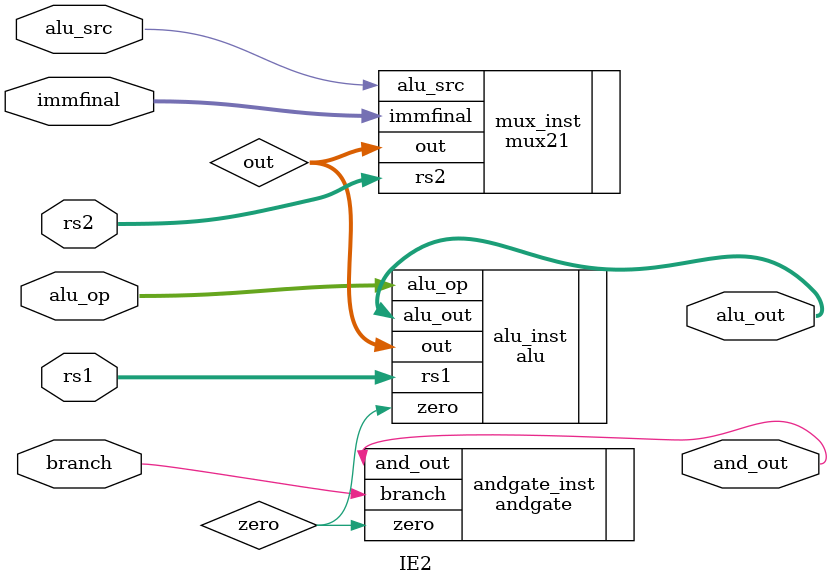
<source format=sv>
module IE2 (
    input logic [31:0] rs1,
    input logic [31:0] rs2,
    input logic [31:0] immfinal,
    input logic alu_src,
    input logic [3:0] alu_op,
    input logic branch,
    output logic [31:0] alu_out,
    output logic and_out
);

    logic [31:0] out;
    logic zero;

    mux21 mux_inst(.rs2(rs2), .immfinal(immfinal), .alu_src(alu_src), .out(out));
    alu alu_inst(.out(out), .rs1(rs1), .alu_op(alu_op), .alu_out(alu_out), .zero(zero));
    andgate andgate_inst(.zero(zero), .branch(branch), .and_out(and_out));
endmodule

</source>
